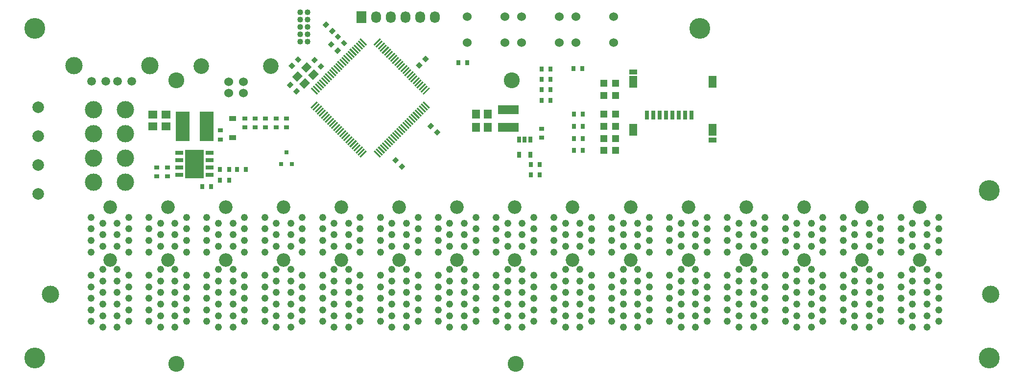
<source format=gbr>
G04 #@! TF.FileFunction,Soldermask,Top*
%FSLAX46Y46*%
G04 Gerber Fmt 4.6, Leading zero omitted, Abs format (unit mm)*
G04 Created by KiCad (PCBNEW 4.0.3+e1-6302~38~ubuntu14.04.1-stable) date Wed Sep 28 21:03:55 2016*
%MOMM*%
%LPD*%
G01*
G04 APERTURE LIST*
%ADD10C,0.100000*%
%ADD11R,1.198880X1.198880*%
%ADD12C,2.350000*%
%ADD13C,1.230000*%
%ADD14C,1.524000*%
%ADD15C,2.700020*%
%ADD16C,3.000000*%
%ADD17C,2.000000*%
%ADD18C,1.501140*%
%ADD19C,2.999740*%
%ADD20R,3.600000X1.500000*%
%ADD21R,0.800100X0.800100*%
%ADD22R,0.700000X1.000000*%
%ADD23R,0.864000X0.787000*%
%ADD24C,2.750000*%
%ADD25R,0.787000X0.864000*%
%ADD26R,2.350000X5.100000*%
%ADD27R,1.350000X0.750000*%
%ADD28R,3.200000X4.900000*%
%ADD29R,1.220000X0.910000*%
%ADD30R,1.500000X1.400000*%
%ADD31R,1.400000X1.500000*%
%ADD32R,0.800000X1.500000*%
%ADD33R,1.450000X2.000000*%
%ADD34R,1.450000X0.900000*%
%ADD35C,3.600000*%
%ADD36R,1.727200X2.032000*%
%ADD37O,1.727200X2.032000*%
%ADD38C,1.016000*%
G04 APERTURE END LIST*
D10*
D11*
X155350980Y-89600000D03*
X157449020Y-89600000D03*
X155350980Y-87500000D03*
X157449020Y-87500000D03*
X155350980Y-99100000D03*
X157449020Y-99100000D03*
X155350980Y-97000000D03*
X157449020Y-97000000D03*
X155350980Y-94900000D03*
X157449020Y-94900000D03*
X155350980Y-92800000D03*
X157449020Y-92800000D03*
D12*
X160000000Y-118000000D03*
X160000000Y-108850000D03*
D13*
X158750000Y-129650000D03*
X156750000Y-128650000D03*
X158750000Y-127650000D03*
X156750000Y-126650000D03*
X158750000Y-125650000D03*
X156750000Y-124650000D03*
X158750000Y-123650000D03*
X156750000Y-122650000D03*
X158750000Y-121650000D03*
X156750000Y-120650000D03*
X158750000Y-119650000D03*
X156750000Y-116650000D03*
X158750000Y-115650000D03*
X156750000Y-114650000D03*
X158750000Y-113650000D03*
X156750000Y-112650000D03*
X158750000Y-111650000D03*
X156750000Y-110650000D03*
X161250000Y-129650000D03*
X163250000Y-128650000D03*
X161250000Y-127650000D03*
X163250000Y-126650000D03*
X161250000Y-125650000D03*
X163250000Y-124650000D03*
X161250000Y-123650000D03*
X163250000Y-122650000D03*
X161250000Y-121650000D03*
X163250000Y-120650000D03*
X161250000Y-119650000D03*
X163250000Y-116650000D03*
X161250000Y-115650000D03*
X163250000Y-114650000D03*
X161250000Y-113650000D03*
X163250000Y-112650000D03*
X161250000Y-111650000D03*
X163250000Y-110650000D03*
D12*
X170000000Y-118000000D03*
X170000000Y-108850000D03*
D13*
X168750000Y-129650000D03*
X166750000Y-128650000D03*
X168750000Y-127650000D03*
X166750000Y-126650000D03*
X168750000Y-125650000D03*
X166750000Y-124650000D03*
X168750000Y-123650000D03*
X166750000Y-122650000D03*
X168750000Y-121650000D03*
X166750000Y-120650000D03*
X168750000Y-119650000D03*
X166750000Y-116650000D03*
X168750000Y-115650000D03*
X166750000Y-114650000D03*
X168750000Y-113650000D03*
X166750000Y-112650000D03*
X168750000Y-111650000D03*
X166750000Y-110650000D03*
X171250000Y-129650000D03*
X173250000Y-128650000D03*
X171250000Y-127650000D03*
X173250000Y-126650000D03*
X171250000Y-125650000D03*
X173250000Y-124650000D03*
X171250000Y-123650000D03*
X173250000Y-122650000D03*
X171250000Y-121650000D03*
X173250000Y-120650000D03*
X171250000Y-119650000D03*
X173250000Y-116650000D03*
X171250000Y-115650000D03*
X173250000Y-114650000D03*
X171250000Y-113650000D03*
X173250000Y-112650000D03*
X171250000Y-111650000D03*
X173250000Y-110650000D03*
D12*
X180000000Y-118000000D03*
X180000000Y-108850000D03*
D13*
X178750000Y-129650000D03*
X176750000Y-128650000D03*
X178750000Y-127650000D03*
X176750000Y-126650000D03*
X178750000Y-125650000D03*
X176750000Y-124650000D03*
X178750000Y-123650000D03*
X176750000Y-122650000D03*
X178750000Y-121650000D03*
X176750000Y-120650000D03*
X178750000Y-119650000D03*
X176750000Y-116650000D03*
X178750000Y-115650000D03*
X176750000Y-114650000D03*
X178750000Y-113650000D03*
X176750000Y-112650000D03*
X178750000Y-111650000D03*
X176750000Y-110650000D03*
X181250000Y-129650000D03*
X183250000Y-128650000D03*
X181250000Y-127650000D03*
X183250000Y-126650000D03*
X181250000Y-125650000D03*
X183250000Y-124650000D03*
X181250000Y-123650000D03*
X183250000Y-122650000D03*
X181250000Y-121650000D03*
X183250000Y-120650000D03*
X181250000Y-119650000D03*
X183250000Y-116650000D03*
X181250000Y-115650000D03*
X183250000Y-114650000D03*
X181250000Y-113650000D03*
X183250000Y-112650000D03*
X181250000Y-111650000D03*
X183250000Y-110650000D03*
D12*
X190000000Y-118000000D03*
X190000000Y-108850000D03*
D13*
X188750000Y-129650000D03*
X186750000Y-128650000D03*
X188750000Y-127650000D03*
X186750000Y-126650000D03*
X188750000Y-125650000D03*
X186750000Y-124650000D03*
X188750000Y-123650000D03*
X186750000Y-122650000D03*
X188750000Y-121650000D03*
X186750000Y-120650000D03*
X188750000Y-119650000D03*
X186750000Y-116650000D03*
X188750000Y-115650000D03*
X186750000Y-114650000D03*
X188750000Y-113650000D03*
X186750000Y-112650000D03*
X188750000Y-111650000D03*
X186750000Y-110650000D03*
X191250000Y-129650000D03*
X193250000Y-128650000D03*
X191250000Y-127650000D03*
X193250000Y-126650000D03*
X191250000Y-125650000D03*
X193250000Y-124650000D03*
X191250000Y-123650000D03*
X193250000Y-122650000D03*
X191250000Y-121650000D03*
X193250000Y-120650000D03*
X191250000Y-119650000D03*
X193250000Y-116650000D03*
X191250000Y-115650000D03*
X193250000Y-114650000D03*
X191250000Y-113650000D03*
X193250000Y-112650000D03*
X191250000Y-111650000D03*
X193250000Y-110650000D03*
D12*
X200000000Y-118000000D03*
X200000000Y-108850000D03*
D13*
X198750000Y-129650000D03*
X196750000Y-128650000D03*
X198750000Y-127650000D03*
X196750000Y-126650000D03*
X198750000Y-125650000D03*
X196750000Y-124650000D03*
X198750000Y-123650000D03*
X196750000Y-122650000D03*
X198750000Y-121650000D03*
X196750000Y-120650000D03*
X198750000Y-119650000D03*
X196750000Y-116650000D03*
X198750000Y-115650000D03*
X196750000Y-114650000D03*
X198750000Y-113650000D03*
X196750000Y-112650000D03*
X198750000Y-111650000D03*
X196750000Y-110650000D03*
X201250000Y-129650000D03*
X203250000Y-128650000D03*
X201250000Y-127650000D03*
X203250000Y-126650000D03*
X201250000Y-125650000D03*
X203250000Y-124650000D03*
X201250000Y-123650000D03*
X203250000Y-122650000D03*
X201250000Y-121650000D03*
X203250000Y-120650000D03*
X201250000Y-119650000D03*
X203250000Y-116650000D03*
X201250000Y-115650000D03*
X203250000Y-114650000D03*
X201250000Y-113650000D03*
X203250000Y-112650000D03*
X201250000Y-111650000D03*
X203250000Y-110650000D03*
D12*
X210000000Y-118000000D03*
X210000000Y-108850000D03*
D13*
X208750000Y-129650000D03*
X206750000Y-128650000D03*
X208750000Y-127650000D03*
X206750000Y-126650000D03*
X208750000Y-125650000D03*
X206750000Y-124650000D03*
X208750000Y-123650000D03*
X206750000Y-122650000D03*
X208750000Y-121650000D03*
X206750000Y-120650000D03*
X208750000Y-119650000D03*
X206750000Y-116650000D03*
X208750000Y-115650000D03*
X206750000Y-114650000D03*
X208750000Y-113650000D03*
X206750000Y-112650000D03*
X208750000Y-111650000D03*
X206750000Y-110650000D03*
X211250000Y-129650000D03*
X213250000Y-128650000D03*
X211250000Y-127650000D03*
X213250000Y-126650000D03*
X211250000Y-125650000D03*
X213250000Y-124650000D03*
X211250000Y-123650000D03*
X213250000Y-122650000D03*
X211250000Y-121650000D03*
X213250000Y-120650000D03*
X211250000Y-119650000D03*
X213250000Y-116650000D03*
X211250000Y-115650000D03*
X213250000Y-114650000D03*
X211250000Y-113650000D03*
X213250000Y-112650000D03*
X211250000Y-111650000D03*
X213250000Y-110650000D03*
D14*
X93040000Y-89200000D03*
X90500000Y-89200000D03*
X90500000Y-87201020D03*
X93040000Y-87201020D03*
D15*
X97769480Y-84501000D03*
X85770520Y-84501000D03*
D16*
X67150000Y-104600000D03*
X72650000Y-104600000D03*
X67150000Y-100400000D03*
X72650000Y-100400000D03*
X67150000Y-96200000D03*
X72650000Y-96200000D03*
X67150000Y-92000000D03*
X72650000Y-92000000D03*
D17*
X57600000Y-106600000D03*
X57600000Y-101600000D03*
X57600000Y-96600000D03*
X57600000Y-91600000D03*
D18*
X66800000Y-87100000D03*
X69300000Y-87100000D03*
X71300000Y-87100000D03*
X73800000Y-87100000D03*
D19*
X63730000Y-84390000D03*
X76870000Y-84390000D03*
D20*
X138900000Y-95125000D03*
X138900000Y-92075000D03*
D10*
G36*
X108846662Y-79401992D02*
X109376992Y-78871662D01*
X109942678Y-79437348D01*
X109412348Y-79967678D01*
X108846662Y-79401992D01*
X108846662Y-79401992D01*
G37*
G36*
X109907322Y-80462652D02*
X110437652Y-79932322D01*
X111003338Y-80498008D01*
X110473008Y-81028338D01*
X109907322Y-80462652D01*
X109907322Y-80462652D01*
G37*
D21*
X99550000Y-101400760D03*
X101450000Y-101400760D03*
X100500000Y-99401780D03*
D14*
X141150000Y-75950000D03*
X147650000Y-75950000D03*
X141150000Y-80450000D03*
X147650000Y-80450000D03*
X150550000Y-75950000D03*
X157050000Y-75950000D03*
X150550000Y-80450000D03*
X157050000Y-80450000D03*
X131750000Y-75950000D03*
X138250000Y-75950000D03*
X131750000Y-80450000D03*
X138250000Y-80450000D03*
D10*
G36*
X113161522Y-79888373D02*
X113373654Y-79676241D01*
X114434314Y-80736901D01*
X114222182Y-80949033D01*
X113161522Y-79888373D01*
X113161522Y-79888373D01*
G37*
G36*
X112807969Y-80241926D02*
X113020101Y-80029794D01*
X114080761Y-81090454D01*
X113868629Y-81302586D01*
X112807969Y-80241926D01*
X112807969Y-80241926D01*
G37*
G36*
X112454416Y-80595480D02*
X112666548Y-80383348D01*
X113727208Y-81444008D01*
X113515076Y-81656140D01*
X112454416Y-80595480D01*
X112454416Y-80595480D01*
G37*
G36*
X112100862Y-80949033D02*
X112312994Y-80736901D01*
X113373654Y-81797561D01*
X113161522Y-82009693D01*
X112100862Y-80949033D01*
X112100862Y-80949033D01*
G37*
G36*
X111747309Y-81302587D02*
X111959441Y-81090455D01*
X113020101Y-82151115D01*
X112807969Y-82363247D01*
X111747309Y-81302587D01*
X111747309Y-81302587D01*
G37*
G36*
X111393756Y-81656140D02*
X111605888Y-81444008D01*
X112666548Y-82504668D01*
X112454416Y-82716800D01*
X111393756Y-81656140D01*
X111393756Y-81656140D01*
G37*
G36*
X111040202Y-82009693D02*
X111252334Y-81797561D01*
X112312994Y-82858221D01*
X112100862Y-83070353D01*
X111040202Y-82009693D01*
X111040202Y-82009693D01*
G37*
G36*
X110686649Y-82363247D02*
X110898781Y-82151115D01*
X111959441Y-83211775D01*
X111747309Y-83423907D01*
X110686649Y-82363247D01*
X110686649Y-82363247D01*
G37*
G36*
X110333095Y-82716800D02*
X110545227Y-82504668D01*
X111605887Y-83565328D01*
X111393755Y-83777460D01*
X110333095Y-82716800D01*
X110333095Y-82716800D01*
G37*
G36*
X109979542Y-83070354D02*
X110191674Y-82858222D01*
X111252334Y-83918882D01*
X111040202Y-84131014D01*
X109979542Y-83070354D01*
X109979542Y-83070354D01*
G37*
G36*
X109625989Y-83423907D02*
X109838121Y-83211775D01*
X110898781Y-84272435D01*
X110686649Y-84484567D01*
X109625989Y-83423907D01*
X109625989Y-83423907D01*
G37*
G36*
X109272435Y-83777460D02*
X109484567Y-83565328D01*
X110545227Y-84625988D01*
X110333095Y-84838120D01*
X109272435Y-83777460D01*
X109272435Y-83777460D01*
G37*
G36*
X108918882Y-84131014D02*
X109131014Y-83918882D01*
X110191674Y-84979542D01*
X109979542Y-85191674D01*
X108918882Y-84131014D01*
X108918882Y-84131014D01*
G37*
G36*
X108565328Y-84484567D02*
X108777460Y-84272435D01*
X109838120Y-85333095D01*
X109625988Y-85545227D01*
X108565328Y-84484567D01*
X108565328Y-84484567D01*
G37*
G36*
X108211775Y-84838121D02*
X108423907Y-84625989D01*
X109484567Y-85686649D01*
X109272435Y-85898781D01*
X108211775Y-84838121D01*
X108211775Y-84838121D01*
G37*
G36*
X107858222Y-85191674D02*
X108070354Y-84979542D01*
X109131014Y-86040202D01*
X108918882Y-86252334D01*
X107858222Y-85191674D01*
X107858222Y-85191674D01*
G37*
G36*
X107504668Y-85545227D02*
X107716800Y-85333095D01*
X108777460Y-86393755D01*
X108565328Y-86605887D01*
X107504668Y-85545227D01*
X107504668Y-85545227D01*
G37*
G36*
X107151115Y-85898781D02*
X107363247Y-85686649D01*
X108423907Y-86747309D01*
X108211775Y-86959441D01*
X107151115Y-85898781D01*
X107151115Y-85898781D01*
G37*
G36*
X106797561Y-86252334D02*
X107009693Y-86040202D01*
X108070353Y-87100862D01*
X107858221Y-87312994D01*
X106797561Y-86252334D01*
X106797561Y-86252334D01*
G37*
G36*
X106444008Y-86605888D02*
X106656140Y-86393756D01*
X107716800Y-87454416D01*
X107504668Y-87666548D01*
X106444008Y-86605888D01*
X106444008Y-86605888D01*
G37*
G36*
X106090455Y-86959441D02*
X106302587Y-86747309D01*
X107363247Y-87807969D01*
X107151115Y-88020101D01*
X106090455Y-86959441D01*
X106090455Y-86959441D01*
G37*
G36*
X105736901Y-87312994D02*
X105949033Y-87100862D01*
X107009693Y-88161522D01*
X106797561Y-88373654D01*
X105736901Y-87312994D01*
X105736901Y-87312994D01*
G37*
G36*
X105383348Y-87666548D02*
X105595480Y-87454416D01*
X106656140Y-88515076D01*
X106444008Y-88727208D01*
X105383348Y-87666548D01*
X105383348Y-87666548D01*
G37*
G36*
X105029794Y-88020101D02*
X105241926Y-87807969D01*
X106302586Y-88868629D01*
X106090454Y-89080761D01*
X105029794Y-88020101D01*
X105029794Y-88020101D01*
G37*
G36*
X104676241Y-88373654D02*
X104888373Y-88161522D01*
X105949033Y-89222182D01*
X105736901Y-89434314D01*
X104676241Y-88373654D01*
X104676241Y-88373654D01*
G37*
G36*
X104888373Y-91838478D02*
X104676241Y-91626346D01*
X105736901Y-90565686D01*
X105949033Y-90777818D01*
X104888373Y-91838478D01*
X104888373Y-91838478D01*
G37*
G36*
X105241926Y-92192031D02*
X105029794Y-91979899D01*
X106090454Y-90919239D01*
X106302586Y-91131371D01*
X105241926Y-92192031D01*
X105241926Y-92192031D01*
G37*
G36*
X105595480Y-92545584D02*
X105383348Y-92333452D01*
X106444008Y-91272792D01*
X106656140Y-91484924D01*
X105595480Y-92545584D01*
X105595480Y-92545584D01*
G37*
G36*
X105949033Y-92899138D02*
X105736901Y-92687006D01*
X106797561Y-91626346D01*
X107009693Y-91838478D01*
X105949033Y-92899138D01*
X105949033Y-92899138D01*
G37*
G36*
X106302587Y-93252691D02*
X106090455Y-93040559D01*
X107151115Y-91979899D01*
X107363247Y-92192031D01*
X106302587Y-93252691D01*
X106302587Y-93252691D01*
G37*
G36*
X106656140Y-93606244D02*
X106444008Y-93394112D01*
X107504668Y-92333452D01*
X107716800Y-92545584D01*
X106656140Y-93606244D01*
X106656140Y-93606244D01*
G37*
G36*
X107009693Y-93959798D02*
X106797561Y-93747666D01*
X107858221Y-92687006D01*
X108070353Y-92899138D01*
X107009693Y-93959798D01*
X107009693Y-93959798D01*
G37*
G36*
X107363247Y-94313351D02*
X107151115Y-94101219D01*
X108211775Y-93040559D01*
X108423907Y-93252691D01*
X107363247Y-94313351D01*
X107363247Y-94313351D01*
G37*
G36*
X107716800Y-94666905D02*
X107504668Y-94454773D01*
X108565328Y-93394113D01*
X108777460Y-93606245D01*
X107716800Y-94666905D01*
X107716800Y-94666905D01*
G37*
G36*
X108070354Y-95020458D02*
X107858222Y-94808326D01*
X108918882Y-93747666D01*
X109131014Y-93959798D01*
X108070354Y-95020458D01*
X108070354Y-95020458D01*
G37*
G36*
X108423907Y-95374011D02*
X108211775Y-95161879D01*
X109272435Y-94101219D01*
X109484567Y-94313351D01*
X108423907Y-95374011D01*
X108423907Y-95374011D01*
G37*
G36*
X108777460Y-95727565D02*
X108565328Y-95515433D01*
X109625988Y-94454773D01*
X109838120Y-94666905D01*
X108777460Y-95727565D01*
X108777460Y-95727565D01*
G37*
G36*
X109131014Y-96081118D02*
X108918882Y-95868986D01*
X109979542Y-94808326D01*
X110191674Y-95020458D01*
X109131014Y-96081118D01*
X109131014Y-96081118D01*
G37*
G36*
X109484567Y-96434672D02*
X109272435Y-96222540D01*
X110333095Y-95161880D01*
X110545227Y-95374012D01*
X109484567Y-96434672D01*
X109484567Y-96434672D01*
G37*
G36*
X109838121Y-96788225D02*
X109625989Y-96576093D01*
X110686649Y-95515433D01*
X110898781Y-95727565D01*
X109838121Y-96788225D01*
X109838121Y-96788225D01*
G37*
G36*
X110191674Y-97141778D02*
X109979542Y-96929646D01*
X111040202Y-95868986D01*
X111252334Y-96081118D01*
X110191674Y-97141778D01*
X110191674Y-97141778D01*
G37*
G36*
X110545227Y-97495332D02*
X110333095Y-97283200D01*
X111393755Y-96222540D01*
X111605887Y-96434672D01*
X110545227Y-97495332D01*
X110545227Y-97495332D01*
G37*
G36*
X110898781Y-97848885D02*
X110686649Y-97636753D01*
X111747309Y-96576093D01*
X111959441Y-96788225D01*
X110898781Y-97848885D01*
X110898781Y-97848885D01*
G37*
G36*
X111252334Y-98202439D02*
X111040202Y-97990307D01*
X112100862Y-96929647D01*
X112312994Y-97141779D01*
X111252334Y-98202439D01*
X111252334Y-98202439D01*
G37*
G36*
X111605888Y-98555992D02*
X111393756Y-98343860D01*
X112454416Y-97283200D01*
X112666548Y-97495332D01*
X111605888Y-98555992D01*
X111605888Y-98555992D01*
G37*
G36*
X111959441Y-98909545D02*
X111747309Y-98697413D01*
X112807969Y-97636753D01*
X113020101Y-97848885D01*
X111959441Y-98909545D01*
X111959441Y-98909545D01*
G37*
G36*
X112312994Y-99263099D02*
X112100862Y-99050967D01*
X113161522Y-97990307D01*
X113373654Y-98202439D01*
X112312994Y-99263099D01*
X112312994Y-99263099D01*
G37*
G36*
X112666548Y-99616652D02*
X112454416Y-99404520D01*
X113515076Y-98343860D01*
X113727208Y-98555992D01*
X112666548Y-99616652D01*
X112666548Y-99616652D01*
G37*
G36*
X113020101Y-99970206D02*
X112807969Y-99758074D01*
X113868629Y-98697414D01*
X114080761Y-98909546D01*
X113020101Y-99970206D01*
X113020101Y-99970206D01*
G37*
G36*
X113373654Y-100323759D02*
X113161522Y-100111627D01*
X114222182Y-99050967D01*
X114434314Y-99263099D01*
X113373654Y-100323759D01*
X113373654Y-100323759D01*
G37*
G36*
X115565686Y-99263099D02*
X115777818Y-99050967D01*
X116838478Y-100111627D01*
X116626346Y-100323759D01*
X115565686Y-99263099D01*
X115565686Y-99263099D01*
G37*
G36*
X115919239Y-98909546D02*
X116131371Y-98697414D01*
X117192031Y-99758074D01*
X116979899Y-99970206D01*
X115919239Y-98909546D01*
X115919239Y-98909546D01*
G37*
G36*
X116272792Y-98555992D02*
X116484924Y-98343860D01*
X117545584Y-99404520D01*
X117333452Y-99616652D01*
X116272792Y-98555992D01*
X116272792Y-98555992D01*
G37*
G36*
X116626346Y-98202439D02*
X116838478Y-97990307D01*
X117899138Y-99050967D01*
X117687006Y-99263099D01*
X116626346Y-98202439D01*
X116626346Y-98202439D01*
G37*
G36*
X116979899Y-97848885D02*
X117192031Y-97636753D01*
X118252691Y-98697413D01*
X118040559Y-98909545D01*
X116979899Y-97848885D01*
X116979899Y-97848885D01*
G37*
G36*
X117333452Y-97495332D02*
X117545584Y-97283200D01*
X118606244Y-98343860D01*
X118394112Y-98555992D01*
X117333452Y-97495332D01*
X117333452Y-97495332D01*
G37*
G36*
X117687006Y-97141779D02*
X117899138Y-96929647D01*
X118959798Y-97990307D01*
X118747666Y-98202439D01*
X117687006Y-97141779D01*
X117687006Y-97141779D01*
G37*
G36*
X118040559Y-96788225D02*
X118252691Y-96576093D01*
X119313351Y-97636753D01*
X119101219Y-97848885D01*
X118040559Y-96788225D01*
X118040559Y-96788225D01*
G37*
G36*
X118394113Y-96434672D02*
X118606245Y-96222540D01*
X119666905Y-97283200D01*
X119454773Y-97495332D01*
X118394113Y-96434672D01*
X118394113Y-96434672D01*
G37*
G36*
X118747666Y-96081118D02*
X118959798Y-95868986D01*
X120020458Y-96929646D01*
X119808326Y-97141778D01*
X118747666Y-96081118D01*
X118747666Y-96081118D01*
G37*
G36*
X119101219Y-95727565D02*
X119313351Y-95515433D01*
X120374011Y-96576093D01*
X120161879Y-96788225D01*
X119101219Y-95727565D01*
X119101219Y-95727565D01*
G37*
G36*
X119454773Y-95374012D02*
X119666905Y-95161880D01*
X120727565Y-96222540D01*
X120515433Y-96434672D01*
X119454773Y-95374012D01*
X119454773Y-95374012D01*
G37*
G36*
X119808326Y-95020458D02*
X120020458Y-94808326D01*
X121081118Y-95868986D01*
X120868986Y-96081118D01*
X119808326Y-95020458D01*
X119808326Y-95020458D01*
G37*
G36*
X120161880Y-94666905D02*
X120374012Y-94454773D01*
X121434672Y-95515433D01*
X121222540Y-95727565D01*
X120161880Y-94666905D01*
X120161880Y-94666905D01*
G37*
G36*
X120515433Y-94313351D02*
X120727565Y-94101219D01*
X121788225Y-95161879D01*
X121576093Y-95374011D01*
X120515433Y-94313351D01*
X120515433Y-94313351D01*
G37*
G36*
X120868986Y-93959798D02*
X121081118Y-93747666D01*
X122141778Y-94808326D01*
X121929646Y-95020458D01*
X120868986Y-93959798D01*
X120868986Y-93959798D01*
G37*
G36*
X121222540Y-93606245D02*
X121434672Y-93394113D01*
X122495332Y-94454773D01*
X122283200Y-94666905D01*
X121222540Y-93606245D01*
X121222540Y-93606245D01*
G37*
G36*
X121576093Y-93252691D02*
X121788225Y-93040559D01*
X122848885Y-94101219D01*
X122636753Y-94313351D01*
X121576093Y-93252691D01*
X121576093Y-93252691D01*
G37*
G36*
X121929647Y-92899138D02*
X122141779Y-92687006D01*
X123202439Y-93747666D01*
X122990307Y-93959798D01*
X121929647Y-92899138D01*
X121929647Y-92899138D01*
G37*
G36*
X122283200Y-92545584D02*
X122495332Y-92333452D01*
X123555992Y-93394112D01*
X123343860Y-93606244D01*
X122283200Y-92545584D01*
X122283200Y-92545584D01*
G37*
G36*
X122636753Y-92192031D02*
X122848885Y-91979899D01*
X123909545Y-93040559D01*
X123697413Y-93252691D01*
X122636753Y-92192031D01*
X122636753Y-92192031D01*
G37*
G36*
X122990307Y-91838478D02*
X123202439Y-91626346D01*
X124263099Y-92687006D01*
X124050967Y-92899138D01*
X122990307Y-91838478D01*
X122990307Y-91838478D01*
G37*
G36*
X123343860Y-91484924D02*
X123555992Y-91272792D01*
X124616652Y-92333452D01*
X124404520Y-92545584D01*
X123343860Y-91484924D01*
X123343860Y-91484924D01*
G37*
G36*
X123697414Y-91131371D02*
X123909546Y-90919239D01*
X124970206Y-91979899D01*
X124758074Y-92192031D01*
X123697414Y-91131371D01*
X123697414Y-91131371D01*
G37*
G36*
X124050967Y-90777818D02*
X124263099Y-90565686D01*
X125323759Y-91626346D01*
X125111627Y-91838478D01*
X124050967Y-90777818D01*
X124050967Y-90777818D01*
G37*
G36*
X124263099Y-89434314D02*
X124050967Y-89222182D01*
X125111627Y-88161522D01*
X125323759Y-88373654D01*
X124263099Y-89434314D01*
X124263099Y-89434314D01*
G37*
G36*
X123909546Y-89080761D02*
X123697414Y-88868629D01*
X124758074Y-87807969D01*
X124970206Y-88020101D01*
X123909546Y-89080761D01*
X123909546Y-89080761D01*
G37*
G36*
X123555992Y-88727208D02*
X123343860Y-88515076D01*
X124404520Y-87454416D01*
X124616652Y-87666548D01*
X123555992Y-88727208D01*
X123555992Y-88727208D01*
G37*
G36*
X123202439Y-88373654D02*
X122990307Y-88161522D01*
X124050967Y-87100862D01*
X124263099Y-87312994D01*
X123202439Y-88373654D01*
X123202439Y-88373654D01*
G37*
G36*
X122848885Y-88020101D02*
X122636753Y-87807969D01*
X123697413Y-86747309D01*
X123909545Y-86959441D01*
X122848885Y-88020101D01*
X122848885Y-88020101D01*
G37*
G36*
X122495332Y-87666548D02*
X122283200Y-87454416D01*
X123343860Y-86393756D01*
X123555992Y-86605888D01*
X122495332Y-87666548D01*
X122495332Y-87666548D01*
G37*
G36*
X122141779Y-87312994D02*
X121929647Y-87100862D01*
X122990307Y-86040202D01*
X123202439Y-86252334D01*
X122141779Y-87312994D01*
X122141779Y-87312994D01*
G37*
G36*
X121788225Y-86959441D02*
X121576093Y-86747309D01*
X122636753Y-85686649D01*
X122848885Y-85898781D01*
X121788225Y-86959441D01*
X121788225Y-86959441D01*
G37*
G36*
X121434672Y-86605887D02*
X121222540Y-86393755D01*
X122283200Y-85333095D01*
X122495332Y-85545227D01*
X121434672Y-86605887D01*
X121434672Y-86605887D01*
G37*
G36*
X121081118Y-86252334D02*
X120868986Y-86040202D01*
X121929646Y-84979542D01*
X122141778Y-85191674D01*
X121081118Y-86252334D01*
X121081118Y-86252334D01*
G37*
G36*
X120727565Y-85898781D02*
X120515433Y-85686649D01*
X121576093Y-84625989D01*
X121788225Y-84838121D01*
X120727565Y-85898781D01*
X120727565Y-85898781D01*
G37*
G36*
X120374012Y-85545227D02*
X120161880Y-85333095D01*
X121222540Y-84272435D01*
X121434672Y-84484567D01*
X120374012Y-85545227D01*
X120374012Y-85545227D01*
G37*
G36*
X120020458Y-85191674D02*
X119808326Y-84979542D01*
X120868986Y-83918882D01*
X121081118Y-84131014D01*
X120020458Y-85191674D01*
X120020458Y-85191674D01*
G37*
G36*
X119666905Y-84838120D02*
X119454773Y-84625988D01*
X120515433Y-83565328D01*
X120727565Y-83777460D01*
X119666905Y-84838120D01*
X119666905Y-84838120D01*
G37*
G36*
X119313351Y-84484567D02*
X119101219Y-84272435D01*
X120161879Y-83211775D01*
X120374011Y-83423907D01*
X119313351Y-84484567D01*
X119313351Y-84484567D01*
G37*
G36*
X118959798Y-84131014D02*
X118747666Y-83918882D01*
X119808326Y-82858222D01*
X120020458Y-83070354D01*
X118959798Y-84131014D01*
X118959798Y-84131014D01*
G37*
G36*
X118606245Y-83777460D02*
X118394113Y-83565328D01*
X119454773Y-82504668D01*
X119666905Y-82716800D01*
X118606245Y-83777460D01*
X118606245Y-83777460D01*
G37*
G36*
X118252691Y-83423907D02*
X118040559Y-83211775D01*
X119101219Y-82151115D01*
X119313351Y-82363247D01*
X118252691Y-83423907D01*
X118252691Y-83423907D01*
G37*
G36*
X117899138Y-83070353D02*
X117687006Y-82858221D01*
X118747666Y-81797561D01*
X118959798Y-82009693D01*
X117899138Y-83070353D01*
X117899138Y-83070353D01*
G37*
G36*
X117545584Y-82716800D02*
X117333452Y-82504668D01*
X118394112Y-81444008D01*
X118606244Y-81656140D01*
X117545584Y-82716800D01*
X117545584Y-82716800D01*
G37*
G36*
X117192031Y-82363247D02*
X116979899Y-82151115D01*
X118040559Y-81090455D01*
X118252691Y-81302587D01*
X117192031Y-82363247D01*
X117192031Y-82363247D01*
G37*
G36*
X116838478Y-82009693D02*
X116626346Y-81797561D01*
X117687006Y-80736901D01*
X117899138Y-80949033D01*
X116838478Y-82009693D01*
X116838478Y-82009693D01*
G37*
G36*
X116484924Y-81656140D02*
X116272792Y-81444008D01*
X117333452Y-80383348D01*
X117545584Y-80595480D01*
X116484924Y-81656140D01*
X116484924Y-81656140D01*
G37*
G36*
X116131371Y-81302586D02*
X115919239Y-81090454D01*
X116979899Y-80029794D01*
X117192031Y-80241926D01*
X116131371Y-81302586D01*
X116131371Y-81302586D01*
G37*
G36*
X115777818Y-80949033D02*
X115565686Y-80736901D01*
X116626346Y-79676241D01*
X116838478Y-79888373D01*
X115777818Y-80949033D01*
X115777818Y-80949033D01*
G37*
D22*
X142650000Y-97200000D03*
X141700000Y-97200000D03*
X140750000Y-97200000D03*
X140750000Y-99800000D03*
X142650000Y-99800000D03*
D12*
X70000000Y-118000000D03*
X70000000Y-108850000D03*
D13*
X68750000Y-129650000D03*
X66750000Y-128650000D03*
X68750000Y-127650000D03*
X66750000Y-126650000D03*
X68750000Y-125650000D03*
X66750000Y-124650000D03*
X68750000Y-123650000D03*
X66750000Y-122650000D03*
X68750000Y-121650000D03*
X66750000Y-120650000D03*
X68750000Y-119650000D03*
X66750000Y-116650000D03*
X68750000Y-115650000D03*
X66750000Y-114650000D03*
X68750000Y-113650000D03*
X66750000Y-112650000D03*
X68750000Y-111650000D03*
X66750000Y-110650000D03*
X71250000Y-129650000D03*
X73250000Y-128650000D03*
X71250000Y-127650000D03*
X73250000Y-126650000D03*
X71250000Y-125650000D03*
X73250000Y-124650000D03*
X71250000Y-123650000D03*
X73250000Y-122650000D03*
X71250000Y-121650000D03*
X73250000Y-120650000D03*
X71250000Y-119650000D03*
X73250000Y-116650000D03*
X71250000Y-115650000D03*
X73250000Y-114650000D03*
X71250000Y-113650000D03*
X73250000Y-112650000D03*
X71250000Y-111650000D03*
X73250000Y-110650000D03*
D12*
X80000000Y-118000000D03*
X80000000Y-108850000D03*
D13*
X78750000Y-129650000D03*
X76750000Y-128650000D03*
X78750000Y-127650000D03*
X76750000Y-126650000D03*
X78750000Y-125650000D03*
X76750000Y-124650000D03*
X78750000Y-123650000D03*
X76750000Y-122650000D03*
X78750000Y-121650000D03*
X76750000Y-120650000D03*
X78750000Y-119650000D03*
X76750000Y-116650000D03*
X78750000Y-115650000D03*
X76750000Y-114650000D03*
X78750000Y-113650000D03*
X76750000Y-112650000D03*
X78750000Y-111650000D03*
X76750000Y-110650000D03*
X81250000Y-129650000D03*
X83250000Y-128650000D03*
X81250000Y-127650000D03*
X83250000Y-126650000D03*
X81250000Y-125650000D03*
X83250000Y-124650000D03*
X81250000Y-123650000D03*
X83250000Y-122650000D03*
X81250000Y-121650000D03*
X83250000Y-120650000D03*
X81250000Y-119650000D03*
X83250000Y-116650000D03*
X81250000Y-115650000D03*
X83250000Y-114650000D03*
X81250000Y-113650000D03*
X83250000Y-112650000D03*
X81250000Y-111650000D03*
X83250000Y-110650000D03*
D12*
X90000000Y-118000000D03*
X90000000Y-108850000D03*
D13*
X88750000Y-129650000D03*
X86750000Y-128650000D03*
X88750000Y-127650000D03*
X86750000Y-126650000D03*
X88750000Y-125650000D03*
X86750000Y-124650000D03*
X88750000Y-123650000D03*
X86750000Y-122650000D03*
X88750000Y-121650000D03*
X86750000Y-120650000D03*
X88750000Y-119650000D03*
X86750000Y-116650000D03*
X88750000Y-115650000D03*
X86750000Y-114650000D03*
X88750000Y-113650000D03*
X86750000Y-112650000D03*
X88750000Y-111650000D03*
X86750000Y-110650000D03*
X91250000Y-129650000D03*
X93250000Y-128650000D03*
X91250000Y-127650000D03*
X93250000Y-126650000D03*
X91250000Y-125650000D03*
X93250000Y-124650000D03*
X91250000Y-123650000D03*
X93250000Y-122650000D03*
X91250000Y-121650000D03*
X93250000Y-120650000D03*
X91250000Y-119650000D03*
X93250000Y-116650000D03*
X91250000Y-115650000D03*
X93250000Y-114650000D03*
X91250000Y-113650000D03*
X93250000Y-112650000D03*
X91250000Y-111650000D03*
X93250000Y-110650000D03*
D12*
X100000000Y-118000000D03*
X100000000Y-108850000D03*
D13*
X98750000Y-129650000D03*
X96750000Y-128650000D03*
X98750000Y-127650000D03*
X96750000Y-126650000D03*
X98750000Y-125650000D03*
X96750000Y-124650000D03*
X98750000Y-123650000D03*
X96750000Y-122650000D03*
X98750000Y-121650000D03*
X96750000Y-120650000D03*
X98750000Y-119650000D03*
X96750000Y-116650000D03*
X98750000Y-115650000D03*
X96750000Y-114650000D03*
X98750000Y-113650000D03*
X96750000Y-112650000D03*
X98750000Y-111650000D03*
X96750000Y-110650000D03*
X101250000Y-129650000D03*
X103250000Y-128650000D03*
X101250000Y-127650000D03*
X103250000Y-126650000D03*
X101250000Y-125650000D03*
X103250000Y-124650000D03*
X101250000Y-123650000D03*
X103250000Y-122650000D03*
X101250000Y-121650000D03*
X103250000Y-120650000D03*
X101250000Y-119650000D03*
X103250000Y-116650000D03*
X101250000Y-115650000D03*
X103250000Y-114650000D03*
X101250000Y-113650000D03*
X103250000Y-112650000D03*
X101250000Y-111650000D03*
X103250000Y-110650000D03*
D12*
X110000000Y-118000000D03*
X110000000Y-108850000D03*
D13*
X108750000Y-129650000D03*
X106750000Y-128650000D03*
X108750000Y-127650000D03*
X106750000Y-126650000D03*
X108750000Y-125650000D03*
X106750000Y-124650000D03*
X108750000Y-123650000D03*
X106750000Y-122650000D03*
X108750000Y-121650000D03*
X106750000Y-120650000D03*
X108750000Y-119650000D03*
X106750000Y-116650000D03*
X108750000Y-115650000D03*
X106750000Y-114650000D03*
X108750000Y-113650000D03*
X106750000Y-112650000D03*
X108750000Y-111650000D03*
X106750000Y-110650000D03*
X111250000Y-129650000D03*
X113250000Y-128650000D03*
X111250000Y-127650000D03*
X113250000Y-126650000D03*
X111250000Y-125650000D03*
X113250000Y-124650000D03*
X111250000Y-123650000D03*
X113250000Y-122650000D03*
X111250000Y-121650000D03*
X113250000Y-120650000D03*
X111250000Y-119650000D03*
X113250000Y-116650000D03*
X111250000Y-115650000D03*
X113250000Y-114650000D03*
X111250000Y-113650000D03*
X113250000Y-112650000D03*
X111250000Y-111650000D03*
X113250000Y-110650000D03*
D12*
X120000000Y-118000000D03*
X120000000Y-108850000D03*
D13*
X118750000Y-129650000D03*
X116750000Y-128650000D03*
X118750000Y-127650000D03*
X116750000Y-126650000D03*
X118750000Y-125650000D03*
X116750000Y-124650000D03*
X118750000Y-123650000D03*
X116750000Y-122650000D03*
X118750000Y-121650000D03*
X116750000Y-120650000D03*
X118750000Y-119650000D03*
X116750000Y-116650000D03*
X118750000Y-115650000D03*
X116750000Y-114650000D03*
X118750000Y-113650000D03*
X116750000Y-112650000D03*
X118750000Y-111650000D03*
X116750000Y-110650000D03*
X121250000Y-129650000D03*
X123250000Y-128650000D03*
X121250000Y-127650000D03*
X123250000Y-126650000D03*
X121250000Y-125650000D03*
X123250000Y-124650000D03*
X121250000Y-123650000D03*
X123250000Y-122650000D03*
X121250000Y-121650000D03*
X123250000Y-120650000D03*
X121250000Y-119650000D03*
X123250000Y-116650000D03*
X121250000Y-115650000D03*
X123250000Y-114650000D03*
X121250000Y-113650000D03*
X123250000Y-112650000D03*
X121250000Y-111650000D03*
X123250000Y-110650000D03*
D12*
X130000000Y-118000000D03*
X130000000Y-108850000D03*
D13*
X128750000Y-129650000D03*
X126750000Y-128650000D03*
X128750000Y-127650000D03*
X126750000Y-126650000D03*
X128750000Y-125650000D03*
X126750000Y-124650000D03*
X128750000Y-123650000D03*
X126750000Y-122650000D03*
X128750000Y-121650000D03*
X126750000Y-120650000D03*
X128750000Y-119650000D03*
X126750000Y-116650000D03*
X128750000Y-115650000D03*
X126750000Y-114650000D03*
X128750000Y-113650000D03*
X126750000Y-112650000D03*
X128750000Y-111650000D03*
X126750000Y-110650000D03*
X131250000Y-129650000D03*
X133250000Y-128650000D03*
X131250000Y-127650000D03*
X133250000Y-126650000D03*
X131250000Y-125650000D03*
X133250000Y-124650000D03*
X131250000Y-123650000D03*
X133250000Y-122650000D03*
X131250000Y-121650000D03*
X133250000Y-120650000D03*
X131250000Y-119650000D03*
X133250000Y-116650000D03*
X131250000Y-115650000D03*
X133250000Y-114650000D03*
X131250000Y-113650000D03*
X133250000Y-112650000D03*
X131250000Y-111650000D03*
X133250000Y-110650000D03*
D12*
X140000000Y-118000000D03*
X140000000Y-108850000D03*
D13*
X138750000Y-129650000D03*
X136750000Y-128650000D03*
X138750000Y-127650000D03*
X136750000Y-126650000D03*
X138750000Y-125650000D03*
X136750000Y-124650000D03*
X138750000Y-123650000D03*
X136750000Y-122650000D03*
X138750000Y-121650000D03*
X136750000Y-120650000D03*
X138750000Y-119650000D03*
X136750000Y-116650000D03*
X138750000Y-115650000D03*
X136750000Y-114650000D03*
X138750000Y-113650000D03*
X136750000Y-112650000D03*
X138750000Y-111650000D03*
X136750000Y-110650000D03*
X141250000Y-129650000D03*
X143250000Y-128650000D03*
X141250000Y-127650000D03*
X143250000Y-126650000D03*
X141250000Y-125650000D03*
X143250000Y-124650000D03*
X141250000Y-123650000D03*
X143250000Y-122650000D03*
X141250000Y-121650000D03*
X143250000Y-120650000D03*
X141250000Y-119650000D03*
X143250000Y-116650000D03*
X141250000Y-115650000D03*
X143250000Y-114650000D03*
X141250000Y-113650000D03*
X143250000Y-112650000D03*
X141250000Y-111650000D03*
X143250000Y-110650000D03*
D12*
X150000000Y-118000000D03*
X150000000Y-108850000D03*
D13*
X148750000Y-129650000D03*
X146750000Y-128650000D03*
X148750000Y-127650000D03*
X146750000Y-126650000D03*
X148750000Y-125650000D03*
X146750000Y-124650000D03*
X148750000Y-123650000D03*
X146750000Y-122650000D03*
X148750000Y-121650000D03*
X146750000Y-120650000D03*
X148750000Y-119650000D03*
X146750000Y-116650000D03*
X148750000Y-115650000D03*
X146750000Y-114650000D03*
X148750000Y-113650000D03*
X146750000Y-112650000D03*
X148750000Y-111650000D03*
X146750000Y-110650000D03*
X151250000Y-129650000D03*
X153250000Y-128650000D03*
X151250000Y-127650000D03*
X153250000Y-126650000D03*
X151250000Y-125650000D03*
X153250000Y-124650000D03*
X151250000Y-123650000D03*
X153250000Y-122650000D03*
X151250000Y-121650000D03*
X153250000Y-120650000D03*
X151250000Y-119650000D03*
X153250000Y-116650000D03*
X151250000Y-115650000D03*
X153250000Y-114650000D03*
X151250000Y-113650000D03*
X153250000Y-112650000D03*
X151250000Y-111650000D03*
X153250000Y-110650000D03*
D10*
G36*
X118768629Y-100779570D02*
X119379570Y-100168629D01*
X119936063Y-100725122D01*
X119325122Y-101336063D01*
X118768629Y-100779570D01*
X118768629Y-100779570D01*
G37*
G36*
X119863937Y-101874878D02*
X120474878Y-101263937D01*
X121031371Y-101820430D01*
X120420430Y-102431371D01*
X119863937Y-101874878D01*
X119863937Y-101874878D01*
G37*
G36*
X124868629Y-94879570D02*
X125479570Y-94268629D01*
X126036063Y-94825122D01*
X125425122Y-95436063D01*
X124868629Y-94879570D01*
X124868629Y-94879570D01*
G37*
G36*
X125963937Y-95974878D02*
X126574878Y-95363937D01*
X127131371Y-95920430D01*
X126520430Y-96531371D01*
X125963937Y-95974878D01*
X125963937Y-95974878D01*
G37*
G36*
X107031371Y-84520430D02*
X106420430Y-85131371D01*
X105863937Y-84574878D01*
X106474878Y-83963937D01*
X107031371Y-84520430D01*
X107031371Y-84520430D01*
G37*
G36*
X105936063Y-83425122D02*
X105325122Y-84036063D01*
X104768629Y-83479570D01*
X105379570Y-82868629D01*
X105936063Y-83425122D01*
X105936063Y-83425122D01*
G37*
G36*
X123479570Y-84931371D02*
X122868629Y-84320430D01*
X123425122Y-83763937D01*
X124036063Y-84374878D01*
X123479570Y-84931371D01*
X123479570Y-84931371D01*
G37*
G36*
X124574878Y-83836063D02*
X123963937Y-83225122D01*
X124520430Y-82668629D01*
X125131371Y-83279570D01*
X124574878Y-83836063D01*
X124574878Y-83836063D01*
G37*
G36*
X109006371Y-78395430D02*
X108395430Y-79006371D01*
X107838937Y-78449878D01*
X108449878Y-77838937D01*
X109006371Y-78395430D01*
X109006371Y-78395430D01*
G37*
G36*
X107911063Y-77300122D02*
X107300122Y-77911063D01*
X106743629Y-77354570D01*
X107354570Y-76743629D01*
X107911063Y-77300122D01*
X107911063Y-77300122D01*
G37*
G36*
X109931371Y-81795430D02*
X109320430Y-82406371D01*
X108763937Y-81849878D01*
X109374878Y-81238937D01*
X109931371Y-81795430D01*
X109931371Y-81795430D01*
G37*
G36*
X108836063Y-80700122D02*
X108225122Y-81311063D01*
X107668629Y-80754570D01*
X108279570Y-80143629D01*
X108836063Y-80700122D01*
X108836063Y-80700122D01*
G37*
G36*
X102831371Y-88820430D02*
X102220430Y-89431371D01*
X101663937Y-88874878D01*
X102274878Y-88263937D01*
X102831371Y-88820430D01*
X102831371Y-88820430D01*
G37*
G36*
X101736063Y-87725122D02*
X101125122Y-88336063D01*
X100568629Y-87779570D01*
X101179570Y-87168629D01*
X101736063Y-87725122D01*
X101736063Y-87725122D01*
G37*
G36*
X102520430Y-82768629D02*
X103131371Y-83379570D01*
X102574878Y-83936063D01*
X101963937Y-83325122D01*
X102520430Y-82768629D01*
X102520430Y-82768629D01*
G37*
G36*
X101425122Y-83863937D02*
X102036063Y-84474878D01*
X101479570Y-85031371D01*
X100868629Y-84420430D01*
X101425122Y-83863937D01*
X101425122Y-83863937D01*
G37*
D23*
X95100000Y-93525500D03*
X95100000Y-95074500D03*
X96900000Y-93525500D03*
X96900000Y-95074500D03*
D24*
X140100000Y-136000000D03*
X139500000Y-87000000D03*
X81500000Y-136000000D03*
X81500000Y-87000000D03*
D25*
X146174500Y-86800000D03*
X144625500Y-86800000D03*
X150125500Y-84900000D03*
X151674500Y-84900000D03*
X150225500Y-99100000D03*
X151774500Y-99100000D03*
X150225500Y-97000000D03*
X151774500Y-97000000D03*
X150225500Y-94900000D03*
X151774500Y-94900000D03*
X150225500Y-92800000D03*
X151774500Y-92800000D03*
X144625500Y-90400000D03*
X146174500Y-90400000D03*
X144625500Y-88600000D03*
X146174500Y-88600000D03*
X131774500Y-83900000D03*
X130225500Y-83900000D03*
X146174500Y-85000000D03*
X144625500Y-85000000D03*
D23*
X144600000Y-96874500D03*
X144600000Y-95325500D03*
D25*
X144274500Y-101500000D03*
X142725500Y-101500000D03*
X142725500Y-103300000D03*
X144274500Y-103300000D03*
D23*
X79900000Y-102025500D03*
X79900000Y-103574500D03*
X78100000Y-102025500D03*
X78100000Y-103574500D03*
D25*
X89025500Y-102400000D03*
X90574500Y-102400000D03*
D23*
X89100000Y-95625500D03*
X89100000Y-97174500D03*
D26*
X86675000Y-94900000D03*
X82525000Y-94900000D03*
D25*
X91925500Y-102400000D03*
X93474500Y-102400000D03*
X90574500Y-104200000D03*
X89025500Y-104200000D03*
X87474500Y-105300000D03*
X85925500Y-105300000D03*
D27*
X81975000Y-99495000D03*
X81975000Y-100765000D03*
X81975000Y-102035000D03*
X81975000Y-103305000D03*
X87225000Y-103305000D03*
X87225000Y-102035000D03*
X87225000Y-100765000D03*
X87225000Y-99495000D03*
D28*
X84600000Y-101400000D03*
D10*
G36*
X103552512Y-88398097D02*
X102703984Y-87549569D01*
X103693934Y-86559619D01*
X104542462Y-87408147D01*
X103552512Y-88398097D01*
X103552512Y-88398097D01*
G37*
G36*
X105108147Y-86842462D02*
X104259619Y-85993934D01*
X105249569Y-85003984D01*
X106098097Y-85852512D01*
X105108147Y-86842462D01*
X105108147Y-86842462D01*
G37*
G36*
X103906066Y-85640381D02*
X103057538Y-84791853D01*
X104047488Y-83801903D01*
X104896016Y-84650431D01*
X103906066Y-85640381D01*
X103906066Y-85640381D01*
G37*
G36*
X102350431Y-87196016D02*
X101501903Y-86347488D01*
X102491853Y-85357538D01*
X103340381Y-86206066D01*
X102350431Y-87196016D01*
X102350431Y-87196016D01*
G37*
D29*
X91200000Y-96835000D03*
X91200000Y-93565000D03*
D30*
X77400000Y-94925000D03*
X77400000Y-92875000D03*
X79700000Y-94925000D03*
X79700000Y-92875000D03*
D31*
X135325000Y-95100000D03*
X133275000Y-95100000D03*
X135325000Y-92800000D03*
X133275000Y-92800000D03*
D32*
X170500000Y-92950000D03*
X169400000Y-92950000D03*
X168300000Y-92950000D03*
X167200000Y-92950000D03*
X166100000Y-92950000D03*
X165000000Y-92950000D03*
X163900000Y-92950000D03*
X162800000Y-92950000D03*
D33*
X160425000Y-87250000D03*
X174175000Y-87250000D03*
X160425000Y-95550000D03*
X174175000Y-95550000D03*
D34*
X174175000Y-97250000D03*
X160425000Y-85550000D03*
D35*
X222000000Y-135000000D03*
X57000000Y-78000000D03*
X57000000Y-135000000D03*
X172000000Y-78000000D03*
X222000000Y-106000000D03*
D16*
X59700000Y-124000000D03*
X222300000Y-124000000D03*
D23*
X98700000Y-95074500D03*
X98700000Y-93525500D03*
X93300000Y-95074500D03*
X93300000Y-93525500D03*
X100500000Y-95074500D03*
X100500000Y-93525500D03*
D36*
X113450000Y-76000000D03*
D37*
X115990000Y-76000000D03*
X118530000Y-76000000D03*
X121070000Y-76000000D03*
X123610000Y-76000000D03*
X126150000Y-76000000D03*
D38*
X102865000Y-75160000D03*
X104135000Y-75160000D03*
X102865000Y-76430000D03*
X104135000Y-76430000D03*
X102865000Y-77700000D03*
X104135000Y-77700000D03*
X102865000Y-78970000D03*
X104135000Y-78970000D03*
X102865000Y-80240000D03*
X104135000Y-80240000D03*
M02*

</source>
